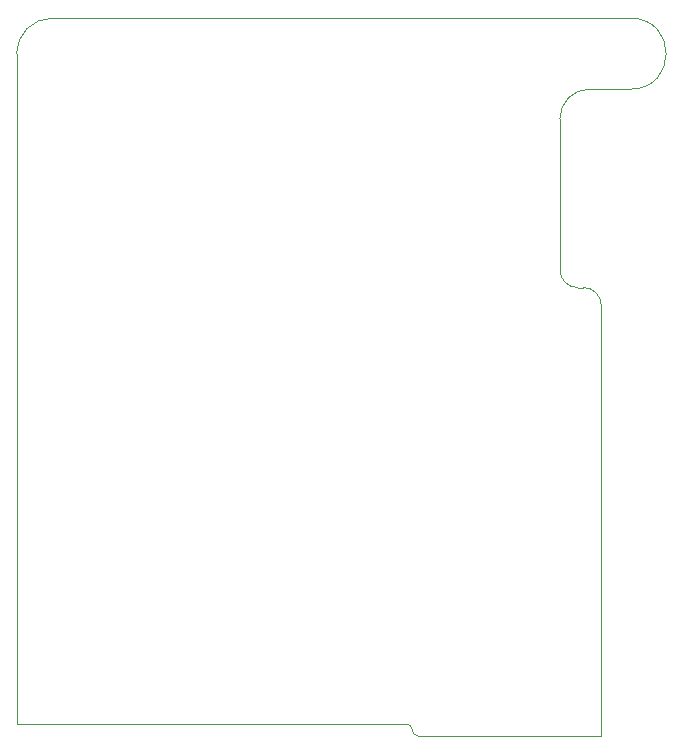
<source format=gm1>
G04 #@! TF.GenerationSoftware,KiCad,Pcbnew,(5.1.2)-2*
G04 #@! TF.CreationDate,2019-09-30T00:10:56+10:00*
G04 #@! TF.ProjectId,Smart_eNERF_Gun,536d6172-745f-4654-9e45-52465f47756e,6.2*
G04 #@! TF.SameCoordinates,Original*
G04 #@! TF.FileFunction,Profile,NP*
%FSLAX46Y46*%
G04 Gerber Fmt 4.6, Leading zero omitted, Abs format (unit mm)*
G04 Created by KiCad (PCBNEW (5.1.2)-2) date 2019-09-30 00:10:56*
%MOMM*%
%LPD*%
G04 APERTURE LIST*
%ADD10C,0.050000*%
G04 APERTURE END LIST*
D10*
X50000000Y-68000000D02*
G75*
G02X53000000Y-65000000I3000000J0D01*
G01*
X98000000Y-87800000D02*
X97500000Y-87800000D01*
X98000000Y-87800000D02*
G75*
G02X99500000Y-89300000I0J-1500000D01*
G01*
X97500000Y-87800000D02*
G75*
G02X96000080Y-86300000I80J1500000D01*
G01*
X96000080Y-86300000D02*
X96000000Y-73500000D01*
X98500000Y-71000000D02*
X100000000Y-71000000D01*
X99500000Y-125750000D02*
X99500000Y-89300000D01*
X102000000Y-71000000D02*
X100000000Y-71000000D01*
X102000000Y-65000000D02*
X53000000Y-65000000D01*
X83500000Y-125250000D02*
G75*
G03X83000000Y-124750000I-500000J0D01*
G01*
X84000000Y-125750000D02*
G75*
G02X83500000Y-125250000I0J500000D01*
G01*
X96000000Y-73500000D02*
G75*
G02X98500000Y-71000000I2500000J0D01*
G01*
X102000000Y-65000000D02*
G75*
G02X102000000Y-71000000I0J-3000000D01*
G01*
X83000000Y-124750000D02*
X50000000Y-124750000D01*
X84000000Y-125750000D02*
X99500000Y-125750000D01*
X50000000Y-68000000D02*
X50000000Y-124750000D01*
M02*

</source>
